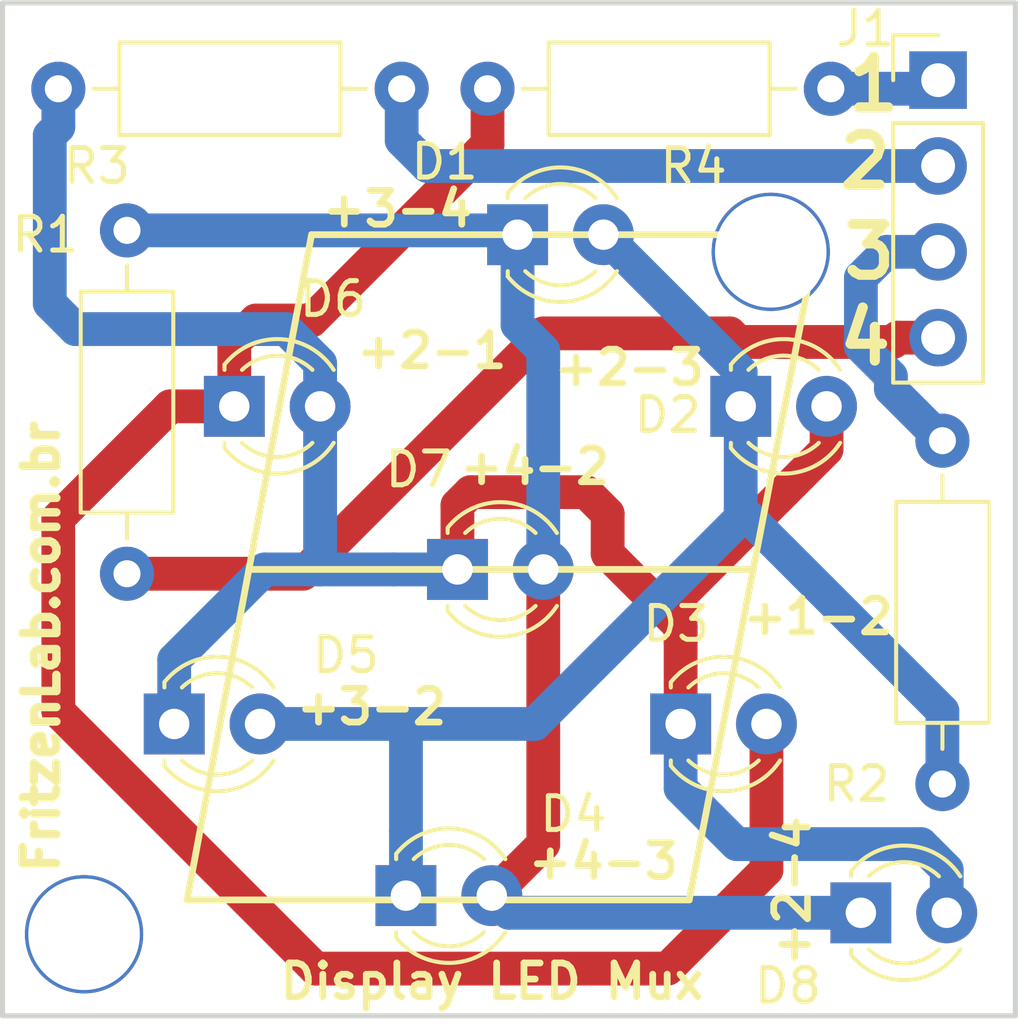
<source format=kicad_pcb>
(kicad_pcb (version 20171130) (host pcbnew 5.0.2-bee76a0~70~ubuntu18.04.1)

  (general
    (thickness 1.6)
    (drawings 23)
    (tracks 84)
    (zones 0)
    (modules 13)
    (nets 9)
  )

  (page A4)
  (layers
    (0 F.Cu signal)
    (31 B.Cu signal)
    (32 B.Adhes user)
    (33 F.Adhes user)
    (34 B.Paste user)
    (35 F.Paste user)
    (36 B.SilkS user)
    (37 F.SilkS user)
    (38 B.Mask user)
    (39 F.Mask user)
    (40 Dwgs.User user)
    (41 Cmts.User user)
    (42 Eco1.User user)
    (43 Eco2.User user)
    (44 Edge.Cuts user)
    (45 Margin user)
    (46 B.CrtYd user)
    (47 F.CrtYd user)
    (48 B.Fab user)
    (49 F.Fab user)
  )

  (setup
    (last_trace_width 1)
    (user_trace_width 1)
    (trace_clearance 0.2)
    (zone_clearance 0.508)
    (zone_45_only no)
    (trace_min 0.2)
    (segment_width 0.2)
    (edge_width 0.15)
    (via_size 0.8)
    (via_drill 0.4)
    (via_min_size 0.4)
    (via_min_drill 0.3)
    (user_via 3.5 3.3)
    (uvia_size 0.3)
    (uvia_drill 0.1)
    (uvias_allowed no)
    (uvia_min_size 0.2)
    (uvia_min_drill 0.1)
    (pcb_text_width 0.3)
    (pcb_text_size 1.5 1.5)
    (mod_edge_width 0.15)
    (mod_text_size 1 1)
    (mod_text_width 0.15)
    (pad_size 1.524 1.524)
    (pad_drill 0.762)
    (pad_to_mask_clearance 0.051)
    (solder_mask_min_width 0.25)
    (aux_axis_origin 0 0)
    (visible_elements FFFFFF7F)
    (pcbplotparams
      (layerselection 0x010fc_ffffffff)
      (usegerberextensions false)
      (usegerberattributes true)
      (usegerberadvancedattributes false)
      (creategerberjobfile false)
      (excludeedgelayer true)
      (linewidth 0.100000)
      (plotframeref false)
      (viasonmask false)
      (mode 1)
      (useauxorigin true)
      (hpglpennumber 1)
      (hpglpenspeed 20)
      (hpglpendiameter 15.000000)
      (psnegative false)
      (psa4output false)
      (plotreference true)
      (plotvalue true)
      (plotinvisibletext false)
      (padsonsilk false)
      (subtractmaskfromsilk false)
      (outputformat 1)
      (mirror false)
      (drillshape 0)
      (scaleselection 1)
      (outputdirectory "./"))
  )

  (net 0 "")
  (net 1 "Net-(D1-Pad1)")
  (net 2 "Net-(J1-Pad4)")
  (net 3 "Net-(J1-Pad3)")
  (net 4 "Net-(D1-Pad2)")
  (net 5 "Net-(D2-Pad2)")
  (net 6 "Net-(J1-Pad2)")
  (net 7 "Net-(J1-Pad1)")
  (net 8 "Net-(D3-Pad2)")

  (net_class Default "This is the default net class."
    (clearance 0.2)
    (trace_width 0.25)
    (via_dia 0.8)
    (via_drill 0.4)
    (uvia_dia 0.3)
    (uvia_drill 0.1)
    (add_net "Net-(D1-Pad1)")
    (add_net "Net-(D1-Pad2)")
    (add_net "Net-(D2-Pad2)")
    (add_net "Net-(D3-Pad2)")
    (add_net "Net-(J1-Pad1)")
    (add_net "Net-(J1-Pad2)")
    (add_net "Net-(J1-Pad3)")
    (add_net "Net-(J1-Pad4)")
  )

  (module Connector_PinHeader_2.54mm:PinHeader_1x04_P2.54mm_Vertical (layer F.Cu) (tedit 59FED5CC) (tstamp 5C6B2A5B)
    (at 59.182 45.974)
    (descr "Through hole straight pin header, 1x04, 2.54mm pitch, single row")
    (tags "Through hole pin header THT 1x04 2.54mm single row")
    (path /5C69A797)
    (fp_text reference J1 (at -2.159 -1.524) (layer F.SilkS)
      (effects (font (size 1 1) (thickness 0.15)))
    )
    (fp_text value Conn_01x04 (at 1.524 4.191 90) (layer F.Fab)
      (effects (font (size 1 1) (thickness 0.15)))
    )
    (fp_text user %R (at 0 3.81 90) (layer F.Fab)
      (effects (font (size 1 1) (thickness 0.15)))
    )
    (fp_line (start 1.8 -1.8) (end -1.8 -1.8) (layer F.CrtYd) (width 0.05))
    (fp_line (start 1.8 9.4) (end 1.8 -1.8) (layer F.CrtYd) (width 0.05))
    (fp_line (start -1.8 9.4) (end 1.8 9.4) (layer F.CrtYd) (width 0.05))
    (fp_line (start -1.8 -1.8) (end -1.8 9.4) (layer F.CrtYd) (width 0.05))
    (fp_line (start -1.33 -1.33) (end 0 -1.33) (layer F.SilkS) (width 0.12))
    (fp_line (start -1.33 0) (end -1.33 -1.33) (layer F.SilkS) (width 0.12))
    (fp_line (start -1.33 1.27) (end 1.33 1.27) (layer F.SilkS) (width 0.12))
    (fp_line (start 1.33 1.27) (end 1.33 8.95) (layer F.SilkS) (width 0.12))
    (fp_line (start -1.33 1.27) (end -1.33 8.95) (layer F.SilkS) (width 0.12))
    (fp_line (start -1.33 8.95) (end 1.33 8.95) (layer F.SilkS) (width 0.12))
    (fp_line (start -1.27 -0.635) (end -0.635 -1.27) (layer F.Fab) (width 0.1))
    (fp_line (start -1.27 8.89) (end -1.27 -0.635) (layer F.Fab) (width 0.1))
    (fp_line (start 1.27 8.89) (end -1.27 8.89) (layer F.Fab) (width 0.1))
    (fp_line (start 1.27 -1.27) (end 1.27 8.89) (layer F.Fab) (width 0.1))
    (fp_line (start -0.635 -1.27) (end 1.27 -1.27) (layer F.Fab) (width 0.1))
    (pad 4 thru_hole oval (at 0 7.62) (size 1.7 1.7) (drill 1) (layers *.Cu *.Mask)
      (net 2 "Net-(J1-Pad4)"))
    (pad 3 thru_hole oval (at 0 5.08) (size 1.7 1.7) (drill 1) (layers *.Cu *.Mask)
      (net 3 "Net-(J1-Pad3)"))
    (pad 2 thru_hole oval (at 0 2.54) (size 1.7 1.7) (drill 1) (layers *.Cu *.Mask)
      (net 6 "Net-(J1-Pad2)"))
    (pad 1 thru_hole rect (at 0 0) (size 1.7 1.7) (drill 1) (layers *.Cu *.Mask)
      (net 7 "Net-(J1-Pad1)"))
    (model ${KISYS3DMOD}/Connector_PinHeader_2.54mm.3dshapes/PinHeader_1x04_P2.54mm_Vertical.wrl
      (at (xyz 0 0 0))
      (scale (xyz 1 1 1))
      (rotate (xyz 0 0 0))
    )
  )

  (module LED_THT:LED_D3.0mm (layer F.Cu) (tedit 587A3A7B) (tstamp 5C6B279C)
    (at 56.896 70.612)
    (descr "LED, diameter 3.0mm, 2 pins")
    (tags "LED diameter 3.0mm 2 pins")
    (path /5C699ED8)
    (fp_text reference D8 (at -2.159 2.159) (layer F.SilkS)
      (effects (font (size 1 1) (thickness 0.15)))
    )
    (fp_text value LED (at 1.27 2.159) (layer F.Fab)
      (effects (font (size 1 1) (thickness 0.15)))
    )
    (fp_line (start 3.7 -2.25) (end -1.15 -2.25) (layer F.CrtYd) (width 0.05))
    (fp_line (start 3.7 2.25) (end 3.7 -2.25) (layer F.CrtYd) (width 0.05))
    (fp_line (start -1.15 2.25) (end 3.7 2.25) (layer F.CrtYd) (width 0.05))
    (fp_line (start -1.15 -2.25) (end -1.15 2.25) (layer F.CrtYd) (width 0.05))
    (fp_line (start -0.29 1.08) (end -0.29 1.236) (layer F.SilkS) (width 0.12))
    (fp_line (start -0.29 -1.236) (end -0.29 -1.08) (layer F.SilkS) (width 0.12))
    (fp_line (start -0.23 -1.16619) (end -0.23 1.16619) (layer F.Fab) (width 0.1))
    (fp_circle (center 1.27 0) (end 2.77 0) (layer F.Fab) (width 0.1))
    (fp_arc (start 1.27 0) (end 0.229039 1.08) (angle -87.9) (layer F.SilkS) (width 0.12))
    (fp_arc (start 1.27 0) (end 0.229039 -1.08) (angle 87.9) (layer F.SilkS) (width 0.12))
    (fp_arc (start 1.27 0) (end -0.29 1.235516) (angle -108.8) (layer F.SilkS) (width 0.12))
    (fp_arc (start 1.27 0) (end -0.29 -1.235516) (angle 108.8) (layer F.SilkS) (width 0.12))
    (fp_arc (start 1.27 0) (end -0.23 -1.16619) (angle 284.3) (layer F.Fab) (width 0.1))
    (pad 2 thru_hole circle (at 2.54 0) (size 1.8 1.8) (drill 0.9) (layers *.Cu *.Mask)
      (net 5 "Net-(D2-Pad2)"))
    (pad 1 thru_hole rect (at 0 0) (size 1.8 1.8) (drill 0.9) (layers *.Cu *.Mask)
      (net 1 "Net-(D1-Pad1)"))
    (model ${KISYS3DMOD}/LED_THT.3dshapes/LED_D3.0mm.wrl
      (at (xyz 0 0 0))
      (scale (xyz 1 1 1))
      (rotate (xyz 0 0 0))
    )
  )

  (module LED_THT:LED_D3.0mm (layer F.Cu) (tedit 587A3A7B) (tstamp 5C6B2789)
    (at 44.958 60.452)
    (descr "LED, diameter 3.0mm, 2 pins")
    (tags "LED diameter 3.0mm 2 pins")
    (path /5C699E63)
    (fp_text reference D7 (at -1.143 -2.96) (layer F.SilkS)
      (effects (font (size 1 1) (thickness 0.15)))
    )
    (fp_text value LED (at 1.27 2.96) (layer F.Fab)
      (effects (font (size 1 1) (thickness 0.15)))
    )
    (fp_arc (start 1.27 0) (end -0.23 -1.16619) (angle 284.3) (layer F.Fab) (width 0.1))
    (fp_arc (start 1.27 0) (end -0.29 -1.235516) (angle 108.8) (layer F.SilkS) (width 0.12))
    (fp_arc (start 1.27 0) (end -0.29 1.235516) (angle -108.8) (layer F.SilkS) (width 0.12))
    (fp_arc (start 1.27 0) (end 0.229039 -1.08) (angle 87.9) (layer F.SilkS) (width 0.12))
    (fp_arc (start 1.27 0) (end 0.229039 1.08) (angle -87.9) (layer F.SilkS) (width 0.12))
    (fp_circle (center 1.27 0) (end 2.77 0) (layer F.Fab) (width 0.1))
    (fp_line (start -0.23 -1.16619) (end -0.23 1.16619) (layer F.Fab) (width 0.1))
    (fp_line (start -0.29 -1.236) (end -0.29 -1.08) (layer F.SilkS) (width 0.12))
    (fp_line (start -0.29 1.08) (end -0.29 1.236) (layer F.SilkS) (width 0.12))
    (fp_line (start -1.15 -2.25) (end -1.15 2.25) (layer F.CrtYd) (width 0.05))
    (fp_line (start -1.15 2.25) (end 3.7 2.25) (layer F.CrtYd) (width 0.05))
    (fp_line (start 3.7 2.25) (end 3.7 -2.25) (layer F.CrtYd) (width 0.05))
    (fp_line (start 3.7 -2.25) (end -1.15 -2.25) (layer F.CrtYd) (width 0.05))
    (pad 1 thru_hole rect (at 0 0) (size 1.8 1.8) (drill 0.9) (layers *.Cu *.Mask)
      (net 5 "Net-(D2-Pad2)"))
    (pad 2 thru_hole circle (at 2.54 0) (size 1.8 1.8) (drill 0.9) (layers *.Cu *.Mask)
      (net 1 "Net-(D1-Pad1)"))
    (model ${KISYS3DMOD}/LED_THT.3dshapes/LED_D3.0mm.wrl
      (at (xyz 0 0 0))
      (scale (xyz 1 1 1))
      (rotate (xyz 0 0 0))
    )
  )

  (module LED_THT:LED_D3.0mm (layer F.Cu) (tedit 587A3A7B) (tstamp 5C6B2776)
    (at 38.354 55.626)
    (descr "LED, diameter 3.0mm, 2 pins")
    (tags "LED diameter 3.0mm 2 pins")
    (path /5C699D92)
    (fp_text reference D6 (at 2.921 -3.175) (layer F.SilkS)
      (effects (font (size 1 1) (thickness 0.15)))
    )
    (fp_text value LED (at 1.27 2.96) (layer F.Fab)
      (effects (font (size 1 1) (thickness 0.15)))
    )
    (fp_line (start 3.7 -2.25) (end -1.15 -2.25) (layer F.CrtYd) (width 0.05))
    (fp_line (start 3.7 2.25) (end 3.7 -2.25) (layer F.CrtYd) (width 0.05))
    (fp_line (start -1.15 2.25) (end 3.7 2.25) (layer F.CrtYd) (width 0.05))
    (fp_line (start -1.15 -2.25) (end -1.15 2.25) (layer F.CrtYd) (width 0.05))
    (fp_line (start -0.29 1.08) (end -0.29 1.236) (layer F.SilkS) (width 0.12))
    (fp_line (start -0.29 -1.236) (end -0.29 -1.08) (layer F.SilkS) (width 0.12))
    (fp_line (start -0.23 -1.16619) (end -0.23 1.16619) (layer F.Fab) (width 0.1))
    (fp_circle (center 1.27 0) (end 2.77 0) (layer F.Fab) (width 0.1))
    (fp_arc (start 1.27 0) (end 0.229039 1.08) (angle -87.9) (layer F.SilkS) (width 0.12))
    (fp_arc (start 1.27 0) (end 0.229039 -1.08) (angle 87.9) (layer F.SilkS) (width 0.12))
    (fp_arc (start 1.27 0) (end -0.29 1.235516) (angle -108.8) (layer F.SilkS) (width 0.12))
    (fp_arc (start 1.27 0) (end -0.29 -1.235516) (angle 108.8) (layer F.SilkS) (width 0.12))
    (fp_arc (start 1.27 0) (end -0.23 -1.16619) (angle 284.3) (layer F.Fab) (width 0.1))
    (pad 2 thru_hole circle (at 2.54 0) (size 1.8 1.8) (drill 0.9) (layers *.Cu *.Mask)
      (net 5 "Net-(D2-Pad2)"))
    (pad 1 thru_hole rect (at 0 0) (size 1.8 1.8) (drill 0.9) (layers *.Cu *.Mask)
      (net 8 "Net-(D3-Pad2)"))
    (model ${KISYS3DMOD}/LED_THT.3dshapes/LED_D3.0mm.wrl
      (at (xyz 0 0 0))
      (scale (xyz 1 1 1))
      (rotate (xyz 0 0 0))
    )
  )

  (module LED_THT:LED_D3.0mm (layer F.Cu) (tedit 587A3A7B) (tstamp 5C77ADEB)
    (at 36.576 65.024)
    (descr "LED, diameter 3.0mm, 2 pins")
    (tags "LED diameter 3.0mm 2 pins")
    (path /5C699D47)
    (fp_text reference D5 (at 5.08 -2.032) (layer F.SilkS)
      (effects (font (size 1 1) (thickness 0.15)))
    )
    (fp_text value LED (at 1.27 2.96) (layer F.Fab)
      (effects (font (size 1 1) (thickness 0.15)))
    )
    (fp_arc (start 1.27 0) (end -0.23 -1.16619) (angle 284.3) (layer F.Fab) (width 0.1))
    (fp_arc (start 1.27 0) (end -0.29 -1.235516) (angle 108.8) (layer F.SilkS) (width 0.12))
    (fp_arc (start 1.27 0) (end -0.29 1.235516) (angle -108.8) (layer F.SilkS) (width 0.12))
    (fp_arc (start 1.27 0) (end 0.229039 -1.08) (angle 87.9) (layer F.SilkS) (width 0.12))
    (fp_arc (start 1.27 0) (end 0.229039 1.08) (angle -87.9) (layer F.SilkS) (width 0.12))
    (fp_circle (center 1.27 0) (end 2.77 0) (layer F.Fab) (width 0.1))
    (fp_line (start -0.23 -1.16619) (end -0.23 1.16619) (layer F.Fab) (width 0.1))
    (fp_line (start -0.29 -1.236) (end -0.29 -1.08) (layer F.SilkS) (width 0.12))
    (fp_line (start -0.29 1.08) (end -0.29 1.236) (layer F.SilkS) (width 0.12))
    (fp_line (start -1.15 -2.25) (end -1.15 2.25) (layer F.CrtYd) (width 0.05))
    (fp_line (start -1.15 2.25) (end 3.7 2.25) (layer F.CrtYd) (width 0.05))
    (fp_line (start 3.7 2.25) (end 3.7 -2.25) (layer F.CrtYd) (width 0.05))
    (fp_line (start 3.7 -2.25) (end -1.15 -2.25) (layer F.CrtYd) (width 0.05))
    (pad 1 thru_hole rect (at 0 0) (size 1.8 1.8) (drill 0.9) (layers *.Cu *.Mask)
      (net 5 "Net-(D2-Pad2)"))
    (pad 2 thru_hole circle (at 2.54 0) (size 1.8 1.8) (drill 0.9) (layers *.Cu *.Mask)
      (net 4 "Net-(D1-Pad2)"))
    (model ${KISYS3DMOD}/LED_THT.3dshapes/LED_D3.0mm.wrl
      (at (xyz 0 0 0))
      (scale (xyz 1 1 1))
      (rotate (xyz 0 0 0))
    )
  )

  (module LED_THT:LED_D3.0mm (layer F.Cu) (tedit 587A3A7B) (tstamp 5C6B2750)
    (at 43.434 70.104)
    (descr "LED, diameter 3.0mm, 2 pins")
    (tags "LED diameter 3.0mm 2 pins")
    (path /5C699CFB)
    (fp_text reference D4 (at 4.953 -2.413) (layer F.SilkS)
      (effects (font (size 1 1) (thickness 0.15)))
    )
    (fp_text value LED (at 1.27 2.96) (layer F.Fab)
      (effects (font (size 1 1) (thickness 0.15)))
    )
    (fp_line (start 3.7 -2.25) (end -1.15 -2.25) (layer F.CrtYd) (width 0.05))
    (fp_line (start 3.7 2.25) (end 3.7 -2.25) (layer F.CrtYd) (width 0.05))
    (fp_line (start -1.15 2.25) (end 3.7 2.25) (layer F.CrtYd) (width 0.05))
    (fp_line (start -1.15 -2.25) (end -1.15 2.25) (layer F.CrtYd) (width 0.05))
    (fp_line (start -0.29 1.08) (end -0.29 1.236) (layer F.SilkS) (width 0.12))
    (fp_line (start -0.29 -1.236) (end -0.29 -1.08) (layer F.SilkS) (width 0.12))
    (fp_line (start -0.23 -1.16619) (end -0.23 1.16619) (layer F.Fab) (width 0.1))
    (fp_circle (center 1.27 0) (end 2.77 0) (layer F.Fab) (width 0.1))
    (fp_arc (start 1.27 0) (end 0.229039 1.08) (angle -87.9) (layer F.SilkS) (width 0.12))
    (fp_arc (start 1.27 0) (end 0.229039 -1.08) (angle 87.9) (layer F.SilkS) (width 0.12))
    (fp_arc (start 1.27 0) (end -0.29 1.235516) (angle -108.8) (layer F.SilkS) (width 0.12))
    (fp_arc (start 1.27 0) (end -0.29 -1.235516) (angle 108.8) (layer F.SilkS) (width 0.12))
    (fp_arc (start 1.27 0) (end -0.23 -1.16619) (angle 284.3) (layer F.Fab) (width 0.1))
    (pad 2 thru_hole circle (at 2.54 0) (size 1.8 1.8) (drill 0.9) (layers *.Cu *.Mask)
      (net 1 "Net-(D1-Pad1)"))
    (pad 1 thru_hole rect (at 0 0) (size 1.8 1.8) (drill 0.9) (layers *.Cu *.Mask)
      (net 4 "Net-(D1-Pad2)"))
    (model ${KISYS3DMOD}/LED_THT.3dshapes/LED_D3.0mm.wrl
      (at (xyz 0 0 0))
      (scale (xyz 1 1 1))
      (rotate (xyz 0 0 0))
    )
  )

  (module LED_THT:LED_D3.0mm (layer F.Cu) (tedit 587A3A7B) (tstamp 5C6B273D)
    (at 51.562 65.024)
    (descr "LED, diameter 3.0mm, 2 pins")
    (tags "LED diameter 3.0mm 2 pins")
    (path /5C699CB6)
    (fp_text reference D3 (at -0.127 -2.96) (layer F.SilkS)
      (effects (font (size 1 1) (thickness 0.15)))
    )
    (fp_text value LED (at 1.27 2.96) (layer F.Fab)
      (effects (font (size 1 1) (thickness 0.15)))
    )
    (fp_arc (start 1.27 0) (end -0.23 -1.16619) (angle 284.3) (layer F.Fab) (width 0.1))
    (fp_arc (start 1.27 0) (end -0.29 -1.235516) (angle 108.8) (layer F.SilkS) (width 0.12))
    (fp_arc (start 1.27 0) (end -0.29 1.235516) (angle -108.8) (layer F.SilkS) (width 0.12))
    (fp_arc (start 1.27 0) (end 0.229039 -1.08) (angle 87.9) (layer F.SilkS) (width 0.12))
    (fp_arc (start 1.27 0) (end 0.229039 1.08) (angle -87.9) (layer F.SilkS) (width 0.12))
    (fp_circle (center 1.27 0) (end 2.77 0) (layer F.Fab) (width 0.1))
    (fp_line (start -0.23 -1.16619) (end -0.23 1.16619) (layer F.Fab) (width 0.1))
    (fp_line (start -0.29 -1.236) (end -0.29 -1.08) (layer F.SilkS) (width 0.12))
    (fp_line (start -0.29 1.08) (end -0.29 1.236) (layer F.SilkS) (width 0.12))
    (fp_line (start -1.15 -2.25) (end -1.15 2.25) (layer F.CrtYd) (width 0.05))
    (fp_line (start -1.15 2.25) (end 3.7 2.25) (layer F.CrtYd) (width 0.05))
    (fp_line (start 3.7 2.25) (end 3.7 -2.25) (layer F.CrtYd) (width 0.05))
    (fp_line (start 3.7 -2.25) (end -1.15 -2.25) (layer F.CrtYd) (width 0.05))
    (pad 1 thru_hole rect (at 0 0) (size 1.8 1.8) (drill 0.9) (layers *.Cu *.Mask)
      (net 5 "Net-(D2-Pad2)"))
    (pad 2 thru_hole circle (at 2.54 0) (size 1.8 1.8) (drill 0.9) (layers *.Cu *.Mask)
      (net 8 "Net-(D3-Pad2)"))
    (model ${KISYS3DMOD}/LED_THT.3dshapes/LED_D3.0mm.wrl
      (at (xyz 0 0 0))
      (scale (xyz 1 1 1))
      (rotate (xyz 0 0 0))
    )
  )

  (module LED_THT:LED_D3.0mm (layer F.Cu) (tedit 587A3A7B) (tstamp 5C6B272A)
    (at 53.34 55.626)
    (descr "LED, diameter 3.0mm, 2 pins")
    (tags "LED diameter 3.0mm 2 pins")
    (path /5C699C5C)
    (fp_text reference D2 (at -2.159 0.254) (layer F.SilkS)
      (effects (font (size 1 1) (thickness 0.15)))
    )
    (fp_text value LED (at 1.27 2.96) (layer F.Fab)
      (effects (font (size 1 1) (thickness 0.15)))
    )
    (fp_line (start 3.7 -2.25) (end -1.15 -2.25) (layer F.CrtYd) (width 0.05))
    (fp_line (start 3.7 2.25) (end 3.7 -2.25) (layer F.CrtYd) (width 0.05))
    (fp_line (start -1.15 2.25) (end 3.7 2.25) (layer F.CrtYd) (width 0.05))
    (fp_line (start -1.15 -2.25) (end -1.15 2.25) (layer F.CrtYd) (width 0.05))
    (fp_line (start -0.29 1.08) (end -0.29 1.236) (layer F.SilkS) (width 0.12))
    (fp_line (start -0.29 -1.236) (end -0.29 -1.08) (layer F.SilkS) (width 0.12))
    (fp_line (start -0.23 -1.16619) (end -0.23 1.16619) (layer F.Fab) (width 0.1))
    (fp_circle (center 1.27 0) (end 2.77 0) (layer F.Fab) (width 0.1))
    (fp_arc (start 1.27 0) (end 0.229039 1.08) (angle -87.9) (layer F.SilkS) (width 0.12))
    (fp_arc (start 1.27 0) (end 0.229039 -1.08) (angle 87.9) (layer F.SilkS) (width 0.12))
    (fp_arc (start 1.27 0) (end -0.29 1.235516) (angle -108.8) (layer F.SilkS) (width 0.12))
    (fp_arc (start 1.27 0) (end -0.29 -1.235516) (angle 108.8) (layer F.SilkS) (width 0.12))
    (fp_arc (start 1.27 0) (end -0.23 -1.16619) (angle 284.3) (layer F.Fab) (width 0.1))
    (pad 2 thru_hole circle (at 2.54 0) (size 1.8 1.8) (drill 0.9) (layers *.Cu *.Mask)
      (net 5 "Net-(D2-Pad2)"))
    (pad 1 thru_hole rect (at 0 0) (size 1.8 1.8) (drill 0.9) (layers *.Cu *.Mask)
      (net 4 "Net-(D1-Pad2)"))
    (model ${KISYS3DMOD}/LED_THT.3dshapes/LED_D3.0mm.wrl
      (at (xyz 0 0 0))
      (scale (xyz 1 1 1))
      (rotate (xyz 0 0 0))
    )
  )

  (module LED_THT:LED_D3.0mm (layer F.Cu) (tedit 587A3A7B) (tstamp 5C77AC69)
    (at 46.736 50.546)
    (descr "LED, diameter 3.0mm, 2 pins")
    (tags "LED diameter 3.0mm 2 pins")
    (path /5C699B82)
    (fp_text reference D1 (at -2.159 -2.159) (layer F.SilkS)
      (effects (font (size 1 1) (thickness 0.15)))
    )
    (fp_text value LED (at 1.27 2.96) (layer F.Fab)
      (effects (font (size 1 1) (thickness 0.15)))
    )
    (fp_arc (start 1.27 0) (end -0.23 -1.16619) (angle 284.3) (layer F.Fab) (width 0.1))
    (fp_arc (start 1.27 0) (end -0.29 -1.235516) (angle 108.8) (layer F.SilkS) (width 0.12))
    (fp_arc (start 1.27 0) (end -0.29 1.235516) (angle -108.8) (layer F.SilkS) (width 0.12))
    (fp_arc (start 1.27 0) (end 0.229039 -1.08) (angle 87.9) (layer F.SilkS) (width 0.12))
    (fp_arc (start 1.27 0) (end 0.229039 1.08) (angle -87.9) (layer F.SilkS) (width 0.12))
    (fp_circle (center 1.27 0) (end 2.77 0) (layer F.Fab) (width 0.1))
    (fp_line (start -0.23 -1.16619) (end -0.23 1.16619) (layer F.Fab) (width 0.1))
    (fp_line (start -0.29 -1.236) (end -0.29 -1.08) (layer F.SilkS) (width 0.12))
    (fp_line (start -0.29 1.08) (end -0.29 1.236) (layer F.SilkS) (width 0.12))
    (fp_line (start -1.15 -2.25) (end -1.15 2.25) (layer F.CrtYd) (width 0.05))
    (fp_line (start -1.15 2.25) (end 3.7 2.25) (layer F.CrtYd) (width 0.05))
    (fp_line (start 3.7 2.25) (end 3.7 -2.25) (layer F.CrtYd) (width 0.05))
    (fp_line (start 3.7 -2.25) (end -1.15 -2.25) (layer F.CrtYd) (width 0.05))
    (pad 1 thru_hole rect (at 0 0) (size 1.8 1.8) (drill 0.9) (layers *.Cu *.Mask)
      (net 1 "Net-(D1-Pad1)"))
    (pad 2 thru_hole circle (at 2.54 0) (size 1.8 1.8) (drill 0.9) (layers *.Cu *.Mask)
      (net 4 "Net-(D1-Pad2)"))
    (model ${KISYS3DMOD}/LED_THT.3dshapes/LED_D3.0mm.wrl
      (at (xyz 0 0 0))
      (scale (xyz 1 1 1))
      (rotate (xyz 0 0 0))
    )
  )

  (module Resistor_THT:R_Axial_DIN0207_L6.3mm_D2.5mm_P10.16mm_Horizontal (layer F.Cu) (tedit 5AE5139B) (tstamp 5C6B2704)
    (at 45.847 46.228)
    (descr "Resistor, Axial_DIN0207 series, Axial, Horizontal, pin pitch=10.16mm, 0.25W = 1/4W, length*diameter=6.3*2.5mm^2, http://cdn-reichelt.de/documents/datenblatt/B400/1_4W%23YAG.pdf")
    (tags "Resistor Axial_DIN0207 series Axial Horizontal pin pitch 10.16mm 0.25W = 1/4W length 6.3mm diameter 2.5mm")
    (path /5C69A3DC)
    (fp_text reference R4 (at 6.096 2.286) (layer F.SilkS)
      (effects (font (size 1 1) (thickness 0.15)))
    )
    (fp_text value R_US (at 5.08 2.37) (layer F.Fab)
      (effects (font (size 1 1) (thickness 0.15)))
    )
    (fp_text user %R (at 5.08 0) (layer F.Fab)
      (effects (font (size 1 1) (thickness 0.15)))
    )
    (fp_line (start 11.21 -1.5) (end -1.05 -1.5) (layer F.CrtYd) (width 0.05))
    (fp_line (start 11.21 1.5) (end 11.21 -1.5) (layer F.CrtYd) (width 0.05))
    (fp_line (start -1.05 1.5) (end 11.21 1.5) (layer F.CrtYd) (width 0.05))
    (fp_line (start -1.05 -1.5) (end -1.05 1.5) (layer F.CrtYd) (width 0.05))
    (fp_line (start 9.12 0) (end 8.35 0) (layer F.SilkS) (width 0.12))
    (fp_line (start 1.04 0) (end 1.81 0) (layer F.SilkS) (width 0.12))
    (fp_line (start 8.35 -1.37) (end 1.81 -1.37) (layer F.SilkS) (width 0.12))
    (fp_line (start 8.35 1.37) (end 8.35 -1.37) (layer F.SilkS) (width 0.12))
    (fp_line (start 1.81 1.37) (end 8.35 1.37) (layer F.SilkS) (width 0.12))
    (fp_line (start 1.81 -1.37) (end 1.81 1.37) (layer F.SilkS) (width 0.12))
    (fp_line (start 10.16 0) (end 8.23 0) (layer F.Fab) (width 0.1))
    (fp_line (start 0 0) (end 1.93 0) (layer F.Fab) (width 0.1))
    (fp_line (start 8.23 -1.25) (end 1.93 -1.25) (layer F.Fab) (width 0.1))
    (fp_line (start 8.23 1.25) (end 8.23 -1.25) (layer F.Fab) (width 0.1))
    (fp_line (start 1.93 1.25) (end 8.23 1.25) (layer F.Fab) (width 0.1))
    (fp_line (start 1.93 -1.25) (end 1.93 1.25) (layer F.Fab) (width 0.1))
    (pad 2 thru_hole oval (at 10.16 0) (size 1.6 1.6) (drill 0.8) (layers *.Cu *.Mask)
      (net 7 "Net-(J1-Pad1)"))
    (pad 1 thru_hole circle (at 0 0) (size 1.6 1.6) (drill 0.8) (layers *.Cu *.Mask)
      (net 8 "Net-(D3-Pad2)"))
    (model ${KISYS3DMOD}/Resistor_THT.3dshapes/R_Axial_DIN0207_L6.3mm_D2.5mm_P10.16mm_Horizontal.wrl
      (at (xyz 0 0 0))
      (scale (xyz 1 1 1))
      (rotate (xyz 0 0 0))
    )
  )

  (module Resistor_THT:R_Axial_DIN0207_L6.3mm_D2.5mm_P10.16mm_Horizontal (layer F.Cu) (tedit 5AE5139B) (tstamp 5C6B26ED)
    (at 33.147 46.228)
    (descr "Resistor, Axial_DIN0207 series, Axial, Horizontal, pin pitch=10.16mm, 0.25W = 1/4W, length*diameter=6.3*2.5mm^2, http://cdn-reichelt.de/documents/datenblatt/B400/1_4W%23YAG.pdf")
    (tags "Resistor Axial_DIN0207 series Axial Horizontal pin pitch 10.16mm 0.25W = 1/4W length 6.3mm diameter 2.5mm")
    (path /5C69A33A)
    (fp_text reference R3 (at 1.143 2.286) (layer F.SilkS)
      (effects (font (size 1 1) (thickness 0.15)))
    )
    (fp_text value R_US (at 5.08 2.37) (layer F.Fab)
      (effects (font (size 1 1) (thickness 0.15)))
    )
    (fp_line (start 1.93 -1.25) (end 1.93 1.25) (layer F.Fab) (width 0.1))
    (fp_line (start 1.93 1.25) (end 8.23 1.25) (layer F.Fab) (width 0.1))
    (fp_line (start 8.23 1.25) (end 8.23 -1.25) (layer F.Fab) (width 0.1))
    (fp_line (start 8.23 -1.25) (end 1.93 -1.25) (layer F.Fab) (width 0.1))
    (fp_line (start 0 0) (end 1.93 0) (layer F.Fab) (width 0.1))
    (fp_line (start 10.16 0) (end 8.23 0) (layer F.Fab) (width 0.1))
    (fp_line (start 1.81 -1.37) (end 1.81 1.37) (layer F.SilkS) (width 0.12))
    (fp_line (start 1.81 1.37) (end 8.35 1.37) (layer F.SilkS) (width 0.12))
    (fp_line (start 8.35 1.37) (end 8.35 -1.37) (layer F.SilkS) (width 0.12))
    (fp_line (start 8.35 -1.37) (end 1.81 -1.37) (layer F.SilkS) (width 0.12))
    (fp_line (start 1.04 0) (end 1.81 0) (layer F.SilkS) (width 0.12))
    (fp_line (start 9.12 0) (end 8.35 0) (layer F.SilkS) (width 0.12))
    (fp_line (start -1.05 -1.5) (end -1.05 1.5) (layer F.CrtYd) (width 0.05))
    (fp_line (start -1.05 1.5) (end 11.21 1.5) (layer F.CrtYd) (width 0.05))
    (fp_line (start 11.21 1.5) (end 11.21 -1.5) (layer F.CrtYd) (width 0.05))
    (fp_line (start 11.21 -1.5) (end -1.05 -1.5) (layer F.CrtYd) (width 0.05))
    (fp_text user %R (at 5.08 0) (layer F.Fab)
      (effects (font (size 1 1) (thickness 0.15)))
    )
    (pad 1 thru_hole circle (at 0 0) (size 1.6 1.6) (drill 0.8) (layers *.Cu *.Mask)
      (net 5 "Net-(D2-Pad2)"))
    (pad 2 thru_hole oval (at 10.16 0) (size 1.6 1.6) (drill 0.8) (layers *.Cu *.Mask)
      (net 6 "Net-(J1-Pad2)"))
    (model ${KISYS3DMOD}/Resistor_THT.3dshapes/R_Axial_DIN0207_L6.3mm_D2.5mm_P10.16mm_Horizontal.wrl
      (at (xyz 0 0 0))
      (scale (xyz 1 1 1))
      (rotate (xyz 0 0 0))
    )
  )

  (module Resistor_THT:R_Axial_DIN0207_L6.3mm_D2.5mm_P10.16mm_Horizontal (layer F.Cu) (tedit 5AE5139B) (tstamp 5C6B26D6)
    (at 59.309 66.802 90)
    (descr "Resistor, Axial_DIN0207 series, Axial, Horizontal, pin pitch=10.16mm, 0.25W = 1/4W, length*diameter=6.3*2.5mm^2, http://cdn-reichelt.de/documents/datenblatt/B400/1_4W%23YAG.pdf")
    (tags "Resistor Axial_DIN0207 series Axial Horizontal pin pitch 10.16mm 0.25W = 1/4W length 6.3mm diameter 2.5mm")
    (path /5C69A2DA)
    (fp_text reference R2 (at 0 -2.54 180) (layer F.SilkS)
      (effects (font (size 1 1) (thickness 0.15)))
    )
    (fp_text value R_US (at 5.08 1.27 90) (layer F.Fab)
      (effects (font (size 1 1) (thickness 0.15)))
    )
    (fp_text user %R (at 5.08 0 90) (layer F.Fab)
      (effects (font (size 1 1) (thickness 0.15)))
    )
    (fp_line (start 11.21 -1.5) (end -1.05 -1.5) (layer F.CrtYd) (width 0.05))
    (fp_line (start 11.21 1.5) (end 11.21 -1.5) (layer F.CrtYd) (width 0.05))
    (fp_line (start -1.05 1.5) (end 11.21 1.5) (layer F.CrtYd) (width 0.05))
    (fp_line (start -1.05 -1.5) (end -1.05 1.5) (layer F.CrtYd) (width 0.05))
    (fp_line (start 9.12 0) (end 8.35 0) (layer F.SilkS) (width 0.12))
    (fp_line (start 1.04 0) (end 1.81 0) (layer F.SilkS) (width 0.12))
    (fp_line (start 8.35 -1.37) (end 1.81 -1.37) (layer F.SilkS) (width 0.12))
    (fp_line (start 8.35 1.37) (end 8.35 -1.37) (layer F.SilkS) (width 0.12))
    (fp_line (start 1.81 1.37) (end 8.35 1.37) (layer F.SilkS) (width 0.12))
    (fp_line (start 1.81 -1.37) (end 1.81 1.37) (layer F.SilkS) (width 0.12))
    (fp_line (start 10.16 0) (end 8.23 0) (layer F.Fab) (width 0.1))
    (fp_line (start 0 0) (end 1.93 0) (layer F.Fab) (width 0.1))
    (fp_line (start 8.23 -1.25) (end 1.93 -1.25) (layer F.Fab) (width 0.1))
    (fp_line (start 8.23 1.25) (end 8.23 -1.25) (layer F.Fab) (width 0.1))
    (fp_line (start 1.93 1.25) (end 8.23 1.25) (layer F.Fab) (width 0.1))
    (fp_line (start 1.93 -1.25) (end 1.93 1.25) (layer F.Fab) (width 0.1))
    (pad 2 thru_hole oval (at 10.16 0 90) (size 1.6 1.6) (drill 0.8) (layers *.Cu *.Mask)
      (net 3 "Net-(J1-Pad3)"))
    (pad 1 thru_hole circle (at 0 0 90) (size 1.6 1.6) (drill 0.8) (layers *.Cu *.Mask)
      (net 4 "Net-(D1-Pad2)"))
    (model ${KISYS3DMOD}/Resistor_THT.3dshapes/R_Axial_DIN0207_L6.3mm_D2.5mm_P10.16mm_Horizontal.wrl
      (at (xyz 0 0 0))
      (scale (xyz 1 1 1))
      (rotate (xyz 0 0 0))
    )
  )

  (module Resistor_THT:R_Axial_DIN0207_L6.3mm_D2.5mm_P10.16mm_Horizontal (layer F.Cu) (tedit 5AE5139B) (tstamp 5C6B26BF)
    (at 35.179 50.419 270)
    (descr "Resistor, Axial_DIN0207 series, Axial, Horizontal, pin pitch=10.16mm, 0.25W = 1/4W, length*diameter=6.3*2.5mm^2, http://cdn-reichelt.de/documents/datenblatt/B400/1_4W%23YAG.pdf")
    (tags "Resistor Axial_DIN0207 series Axial Horizontal pin pitch 10.16mm 0.25W = 1/4W length 6.3mm diameter 2.5mm")
    (path /5C69A08C)
    (fp_text reference R1 (at 0.127 2.413) (layer F.SilkS)
      (effects (font (size 1 1) (thickness 0.15)))
    )
    (fp_text value R_US (at 5.08 2.37 270) (layer F.Fab)
      (effects (font (size 1 1) (thickness 0.15)))
    )
    (fp_line (start 1.93 -1.25) (end 1.93 1.25) (layer F.Fab) (width 0.1))
    (fp_line (start 1.93 1.25) (end 8.23 1.25) (layer F.Fab) (width 0.1))
    (fp_line (start 8.23 1.25) (end 8.23 -1.25) (layer F.Fab) (width 0.1))
    (fp_line (start 8.23 -1.25) (end 1.93 -1.25) (layer F.Fab) (width 0.1))
    (fp_line (start 0 0) (end 1.93 0) (layer F.Fab) (width 0.1))
    (fp_line (start 10.16 0) (end 8.23 0) (layer F.Fab) (width 0.1))
    (fp_line (start 1.81 -1.37) (end 1.81 1.37) (layer F.SilkS) (width 0.12))
    (fp_line (start 1.81 1.37) (end 8.35 1.37) (layer F.SilkS) (width 0.12))
    (fp_line (start 8.35 1.37) (end 8.35 -1.37) (layer F.SilkS) (width 0.12))
    (fp_line (start 8.35 -1.37) (end 1.81 -1.37) (layer F.SilkS) (width 0.12))
    (fp_line (start 1.04 0) (end 1.81 0) (layer F.SilkS) (width 0.12))
    (fp_line (start 9.12 0) (end 8.35 0) (layer F.SilkS) (width 0.12))
    (fp_line (start -1.05 -1.5) (end -1.05 1.5) (layer F.CrtYd) (width 0.05))
    (fp_line (start -1.05 1.5) (end 11.21 1.5) (layer F.CrtYd) (width 0.05))
    (fp_line (start 11.21 1.5) (end 11.21 -1.5) (layer F.CrtYd) (width 0.05))
    (fp_line (start 11.21 -1.5) (end -1.05 -1.5) (layer F.CrtYd) (width 0.05))
    (fp_text user %R (at 5.08 0 270) (layer F.Fab)
      (effects (font (size 1 1) (thickness 0.15)))
    )
    (pad 1 thru_hole circle (at 0 0 270) (size 1.6 1.6) (drill 0.8) (layers *.Cu *.Mask)
      (net 1 "Net-(D1-Pad1)"))
    (pad 2 thru_hole oval (at 10.16 0 270) (size 1.6 1.6) (drill 0.8) (layers *.Cu *.Mask)
      (net 2 "Net-(J1-Pad4)"))
    (model ${KISYS3DMOD}/Resistor_THT.3dshapes/R_Axial_DIN0207_L6.3mm_D2.5mm_P10.16mm_Horizontal.wrl
      (at (xyz 0 0 0))
      (scale (xyz 1 1 1))
      (rotate (xyz 0 0 0))
    )
  )

  (gr_text +2-4 (at 54.864 69.977 90) (layer F.SilkS)
    (effects (font (size 1 1) (thickness 0.2)))
  )
  (gr_text +4-2 (at 47.244 57.404) (layer F.SilkS)
    (effects (font (size 1 1) (thickness 0.2)))
  )
  (gr_text +2-1 (at 44.196 53.975) (layer F.SilkS)
    (effects (font (size 1 1) (thickness 0.2)))
  )
  (gr_text +3-2 (at 42.418 64.516) (layer F.SilkS)
    (effects (font (size 1 1) (thickness 0.2)))
  )
  (gr_text +4-3 (at 49.276 69.088) (layer F.SilkS)
    (effects (font (size 1 1) (thickness 0.2)))
  )
  (gr_text +1-2 (at 55.626 61.849) (layer F.SilkS)
    (effects (font (size 1 1) (thickness 0.2)))
  )
  (gr_text +2-3 (at 50.038 54.483) (layer F.SilkS)
    (effects (font (size 1 1) (thickness 0.2)))
  )
  (gr_text +3-4 (at 43.18 49.784) (layer F.SilkS)
    (effects (font (size 1 1) (thickness 0.2)))
  )
  (gr_text 4 (at 57.023 53.594) (layer F.SilkS)
    (effects (font (size 1.5 1.5) (thickness 0.3)))
  )
  (gr_text 3 (at 57.15 51.054) (layer F.SilkS)
    (effects (font (size 1.5 1.5) (thickness 0.3)))
  )
  (gr_text 2 (at 57.023 48.387) (layer F.SilkS)
    (effects (font (size 1.5 1.5) (thickness 0.3)))
  )
  (gr_text 1 (at 57.277 46.101) (layer F.SilkS)
    (effects (font (size 1.5 1.5) (thickness 0.3)))
  )
  (gr_text "Display LED Mux" (at 45.974 72.644) (layer F.SilkS)
    (effects (font (size 1 1) (thickness 0.2)))
  )
  (gr_text FritzenLab.com.br (at 32.639 62.738 90) (layer F.SilkS)
    (effects (font (size 1 1) (thickness 0.25)))
  )
  (gr_line (start 53.721 60.452) (end 38.862 60.452) (layer F.SilkS) (width 0.2))
  (gr_line (start 51.816 70.231) (end 36.957 70.231) (layer F.SilkS) (width 0.2))
  (gr_line (start 36.957 70.231) (end 40.64 50.546) (layer F.SilkS) (width 0.2))
  (gr_line (start 55.626 50.546) (end 40.64 50.546) (layer F.SilkS) (width 0.2))
  (gr_line (start 51.816 70.231) (end 55.626 50.546) (layer F.SilkS) (width 0.2))
  (gr_line (start 31.496 73.66) (end 31.496 43.688) (layer Edge.Cuts) (width 0.15))
  (gr_line (start 61.468 73.66) (end 31.496 73.66) (layer Edge.Cuts) (width 0.15))
  (gr_line (start 61.468 43.688) (end 61.468 73.66) (layer Edge.Cuts) (width 0.15))
  (gr_line (start 31.496 43.688) (end 61.468 43.688) (layer Edge.Cuts) (width 0.15))

  (via (at 34.163 71.247) (size 0.8) (drill 0.4) (layers F.Cu B.Cu) (net 0))
  (via (at 34.163 71.247) (size 0.8) (drill 0.4) (layers F.Cu B.Cu) (net 0) (tstamp 5C77B29E))
  (via (at 33.909 71.247) (size 3.5) (drill 3.3) (layers F.Cu B.Cu) (net 0))
  (via (at 54.229 51.054) (size 3.5) (drill 3.3) (layers F.Cu B.Cu) (net 0))
  (segment (start 46.482 70.612) (end 45.974 70.104) (width 1) (layer B.Cu) (net 1))
  (segment (start 56.896 70.612) (end 46.482 70.612) (width 1) (layer B.Cu) (net 1))
  (segment (start 46.609 50.419) (end 46.736 50.546) (width 1) (layer B.Cu) (net 1))
  (segment (start 35.179 50.419) (end 46.609 50.419) (width 1) (layer B.Cu) (net 1))
  (segment (start 47.498 68.58) (end 47.498 60.452) (width 1) (layer F.Cu) (net 1))
  (segment (start 45.974 70.104) (end 47.498 68.58) (width 1) (layer F.Cu) (net 1))
  (segment (start 47.498 60.452) (end 47.498 53.975) (width 1) (layer B.Cu) (net 1))
  (segment (start 46.736 53.213) (end 46.736 50.546) (width 1) (layer B.Cu) (net 1))
  (segment (start 47.498 53.975) (end 46.736 53.213) (width 1) (layer B.Cu) (net 1))
  (segment (start 40.386 60.579) (end 35.179 60.579) (width 1) (layer F.Cu) (net 2))
  (segment (start 59.182 53.594) (end 57.979919 53.594) (width 1) (layer F.Cu) (net 2))
  (segment (start 53.269998 53.721) (end 53.015998 53.467) (width 1) (layer F.Cu) (net 2))
  (segment (start 57.979919 53.594) (end 57.852919 53.721) (width 1) (layer F.Cu) (net 2))
  (segment (start 57.852919 53.721) (end 53.269998 53.721) (width 1) (layer F.Cu) (net 2))
  (segment (start 47.498 53.467) (end 40.386 60.579) (width 1) (layer F.Cu) (net 2))
  (segment (start 53.015998 53.467) (end 47.498 53.467) (width 1) (layer F.Cu) (net 2))
  (segment (start 57.658 51.054) (end 59.182 51.054) (width 1) (layer B.Cu) (net 3))
  (segment (start 56.896 53.848) (end 56.896 51.816) (width 1) (layer B.Cu) (net 3))
  (segment (start 57.785 54.737) (end 56.896 53.848) (width 1) (layer B.Cu) (net 3))
  (segment (start 56.896 51.816) (end 57.658 51.054) (width 1) (layer B.Cu) (net 3))
  (segment (start 59.309 56.642) (end 57.785 55.118) (width 1) (layer B.Cu) (net 3))
  (segment (start 57.785 55.118) (end 57.785 54.737) (width 1) (layer B.Cu) (net 3))
  (segment (start 53.34 54.61) (end 49.276 50.546) (width 1) (layer B.Cu) (net 4))
  (segment (start 53.34 55.626) (end 53.34 54.61) (width 1) (layer B.Cu) (net 4))
  (segment (start 59.309 66.802) (end 59.309 64.643) (width 1) (layer B.Cu) (net 4))
  (segment (start 53.34 58.674) (end 53.34 55.626) (width 1) (layer B.Cu) (net 4))
  (segment (start 47.244 65.024) (end 53.467 58.801) (width 1) (layer B.Cu) (net 4))
  (segment (start 59.309 64.643) (end 53.467 58.801) (width 1) (layer B.Cu) (net 4))
  (segment (start 53.467 58.801) (end 53.34 58.674) (width 1) (layer B.Cu) (net 4))
  (segment (start 43.434 68.204) (end 43.434 65.024) (width 1) (layer B.Cu) (net 4))
  (segment (start 43.434 70.104) (end 43.434 68.204) (width 1) (layer B.Cu) (net 4))
  (segment (start 39.116 65.024) (end 43.434 65.024) (width 1) (layer B.Cu) (net 4))
  (segment (start 43.434 65.024) (end 47.244 65.024) (width 1) (layer B.Cu) (net 4))
  (segment (start 59.436 69.339208) (end 58.676792 68.58) (width 1) (layer B.Cu) (net 5))
  (segment (start 59.436 70.612) (end 59.436 69.339208) (width 1) (layer B.Cu) (net 5))
  (segment (start 53.218 68.58) (end 51.562 66.924) (width 1) (layer B.Cu) (net 5))
  (segment (start 51.562 66.924) (end 51.562 65.024) (width 1) (layer B.Cu) (net 5))
  (segment (start 58.676792 68.58) (end 53.218 68.58) (width 1) (layer B.Cu) (net 5))
  (segment (start 43.058 60.452) (end 44.958 60.452) (width 1) (layer B.Cu) (net 5))
  (segment (start 36.576 63.124) (end 39.248 60.452) (width 1) (layer B.Cu) (net 5))
  (segment (start 36.576 65.024) (end 36.576 63.124) (width 1) (layer B.Cu) (net 5))
  (segment (start 33.147 46.228) (end 33.147 47.35937) (width 1) (layer B.Cu) (net 5))
  (segment (start 40.894 54.353208) (end 39.880792 53.34) (width 1) (layer B.Cu) (net 5))
  (segment (start 40.894 55.626) (end 40.894 54.353208) (width 1) (layer B.Cu) (net 5))
  (segment (start 39.880792 53.34) (end 33.655 53.34) (width 1) (layer B.Cu) (net 5))
  (segment (start 33.655 53.34) (end 32.893 52.578) (width 1) (layer B.Cu) (net 5))
  (segment (start 32.893 47.61337) (end 33.147 47.35937) (width 1) (layer B.Cu) (net 5))
  (segment (start 32.893 52.578) (end 32.893 47.61337) (width 1) (layer B.Cu) (net 5))
  (segment (start 40.894 56.898792) (end 40.894 60.452) (width 1) (layer B.Cu) (net 5))
  (segment (start 40.894 55.626) (end 40.894 56.898792) (width 1) (layer B.Cu) (net 5))
  (segment (start 39.248 60.452) (end 40.894 60.452) (width 1) (layer B.Cu) (net 5))
  (segment (start 40.894 60.452) (end 43.058 60.452) (width 1) (layer B.Cu) (net 5))
  (segment (start 51.562 62.147998) (end 49.403 59.988998) (width 1) (layer F.Cu) (net 5))
  (segment (start 49.403 59.988998) (end 49.403 58.801) (width 1) (layer F.Cu) (net 5))
  (segment (start 49.403 58.801) (end 48.768 58.166) (width 1) (layer F.Cu) (net 5))
  (segment (start 45.344 58.166) (end 44.958 58.552) (width 1) (layer F.Cu) (net 5))
  (segment (start 44.958 58.552) (end 44.958 60.452) (width 1) (layer F.Cu) (net 5))
  (segment (start 48.768 58.166) (end 45.344 58.166) (width 1) (layer F.Cu) (net 5))
  (segment (start 51.562 61.216792) (end 51.562 62.611) (width 1) (layer F.Cu) (net 5))
  (segment (start 55.88 56.898792) (end 51.562 61.216792) (width 1) (layer F.Cu) (net 5))
  (segment (start 55.88 55.626) (end 55.88 56.898792) (width 1) (layer F.Cu) (net 5))
  (segment (start 51.562 65.024) (end 51.562 62.611) (width 1) (layer F.Cu) (net 5))
  (segment (start 51.562 62.611) (end 51.562 62.147998) (width 1) (layer F.Cu) (net 5))
  (segment (start 59.182 48.514) (end 44.069 48.514) (width 1) (layer B.Cu) (net 6))
  (segment (start 43.307 47.752) (end 43.307 46.228) (width 1) (layer B.Cu) (net 6))
  (segment (start 44.069 48.514) (end 43.307 47.752) (width 1) (layer B.Cu) (net 6))
  (segment (start 58.928 46.228) (end 59.182 45.974) (width 1) (layer B.Cu) (net 7))
  (segment (start 56.007 46.228) (end 58.928 46.228) (width 1) (layer B.Cu) (net 7))
  (segment (start 38.354 53.726) (end 38.354 55.626) (width 1) (layer F.Cu) (net 8))
  (segment (start 38.994 53.086) (end 38.354 53.726) (width 1) (layer F.Cu) (net 8))
  (segment (start 40.64 53.086) (end 38.994 53.086) (width 1) (layer F.Cu) (net 8))
  (segment (start 45.847 47.879) (end 40.64 53.086) (width 1) (layer F.Cu) (net 8))
  (segment (start 45.847 46.228) (end 45.847 47.879) (width 1) (layer F.Cu) (net 8))
  (segment (start 36.454 55.626) (end 38.354 55.626) (width 1) (layer F.Cu) (net 8))
  (segment (start 54.102 65.024) (end 54.102 69.342) (width 1) (layer F.Cu) (net 8))
  (segment (start 51.181 72.263) (end 40.754998 72.263) (width 1) (layer F.Cu) (net 8))
  (segment (start 40.754998 72.263) (end 33.147 64.655002) (width 1) (layer F.Cu) (net 8))
  (segment (start 54.102 69.342) (end 51.181 72.263) (width 1) (layer F.Cu) (net 8))
  (segment (start 33.147 64.655002) (end 33.147 58.933) (width 1) (layer F.Cu) (net 8))
  (segment (start 33.147 58.933) (end 36.454 55.626) (width 1) (layer F.Cu) (net 8))

)

</source>
